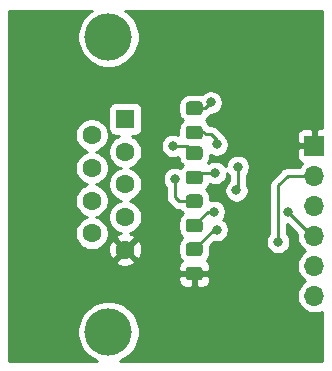
<source format=gbr>
G04 #@! TF.GenerationSoftware,KiCad,Pcbnew,(5.1.5)-3*
G04 #@! TF.CreationDate,2020-02-22T11:43:26-05:00*
G04 #@! TF.ProjectId,RS232_TTL_Male,52533233-325f-4545-944c-5f4d616c652e,1*
G04 #@! TF.SameCoordinates,Original*
G04 #@! TF.FileFunction,Copper,L2,Bot*
G04 #@! TF.FilePolarity,Positive*
%FSLAX46Y46*%
G04 Gerber Fmt 4.6, Leading zero omitted, Abs format (unit mm)*
G04 Created by KiCad (PCBNEW (5.1.5)-3) date 2020-02-22 11:43:26*
%MOMM*%
%LPD*%
G04 APERTURE LIST*
%ADD10C,0.100000*%
%ADD11R,1.700000X1.700000*%
%ADD12O,1.700000X1.700000*%
%ADD13R,1.600000X1.600000*%
%ADD14C,1.600000*%
%ADD15C,4.000000*%
%ADD16C,0.800000*%
%ADD17C,0.250000*%
%ADD18C,0.254000*%
G04 APERTURE END LIST*
G04 #@! TA.AperFunction,SMDPad,CuDef*
D10*
G36*
X16857505Y-12244204D02*
G01*
X16881773Y-12247804D01*
X16905572Y-12253765D01*
X16928671Y-12262030D01*
X16950850Y-12272520D01*
X16971893Y-12285132D01*
X16991599Y-12299747D01*
X17009777Y-12316223D01*
X17026253Y-12334401D01*
X17040868Y-12354107D01*
X17053480Y-12375150D01*
X17063970Y-12397329D01*
X17072235Y-12420428D01*
X17078196Y-12444227D01*
X17081796Y-12468495D01*
X17083000Y-12492999D01*
X17083000Y-13143001D01*
X17081796Y-13167505D01*
X17078196Y-13191773D01*
X17072235Y-13215572D01*
X17063970Y-13238671D01*
X17053480Y-13260850D01*
X17040868Y-13281893D01*
X17026253Y-13301599D01*
X17009777Y-13319777D01*
X16991599Y-13336253D01*
X16971893Y-13350868D01*
X16950850Y-13363480D01*
X16928671Y-13373970D01*
X16905572Y-13382235D01*
X16881773Y-13388196D01*
X16857505Y-13391796D01*
X16833001Y-13393000D01*
X15932999Y-13393000D01*
X15908495Y-13391796D01*
X15884227Y-13388196D01*
X15860428Y-13382235D01*
X15837329Y-13373970D01*
X15815150Y-13363480D01*
X15794107Y-13350868D01*
X15774401Y-13336253D01*
X15756223Y-13319777D01*
X15739747Y-13301599D01*
X15725132Y-13281893D01*
X15712520Y-13260850D01*
X15702030Y-13238671D01*
X15693765Y-13215572D01*
X15687804Y-13191773D01*
X15684204Y-13167505D01*
X15683000Y-13143001D01*
X15683000Y-12492999D01*
X15684204Y-12468495D01*
X15687804Y-12444227D01*
X15693765Y-12420428D01*
X15702030Y-12397329D01*
X15712520Y-12375150D01*
X15725132Y-12354107D01*
X15739747Y-12334401D01*
X15756223Y-12316223D01*
X15774401Y-12299747D01*
X15794107Y-12285132D01*
X15815150Y-12272520D01*
X15837329Y-12262030D01*
X15860428Y-12253765D01*
X15884227Y-12247804D01*
X15908495Y-12244204D01*
X15932999Y-12243000D01*
X16833001Y-12243000D01*
X16857505Y-12244204D01*
G37*
G04 #@! TD.AperFunction*
G04 #@! TA.AperFunction,SMDPad,CuDef*
G36*
X16857505Y-14294204D02*
G01*
X16881773Y-14297804D01*
X16905572Y-14303765D01*
X16928671Y-14312030D01*
X16950850Y-14322520D01*
X16971893Y-14335132D01*
X16991599Y-14349747D01*
X17009777Y-14366223D01*
X17026253Y-14384401D01*
X17040868Y-14404107D01*
X17053480Y-14425150D01*
X17063970Y-14447329D01*
X17072235Y-14470428D01*
X17078196Y-14494227D01*
X17081796Y-14518495D01*
X17083000Y-14542999D01*
X17083000Y-15193001D01*
X17081796Y-15217505D01*
X17078196Y-15241773D01*
X17072235Y-15265572D01*
X17063970Y-15288671D01*
X17053480Y-15310850D01*
X17040868Y-15331893D01*
X17026253Y-15351599D01*
X17009777Y-15369777D01*
X16991599Y-15386253D01*
X16971893Y-15400868D01*
X16950850Y-15413480D01*
X16928671Y-15423970D01*
X16905572Y-15432235D01*
X16881773Y-15438196D01*
X16857505Y-15441796D01*
X16833001Y-15443000D01*
X15932999Y-15443000D01*
X15908495Y-15441796D01*
X15884227Y-15438196D01*
X15860428Y-15432235D01*
X15837329Y-15423970D01*
X15815150Y-15413480D01*
X15794107Y-15400868D01*
X15774401Y-15386253D01*
X15756223Y-15369777D01*
X15739747Y-15351599D01*
X15725132Y-15331893D01*
X15712520Y-15310850D01*
X15702030Y-15288671D01*
X15693765Y-15265572D01*
X15687804Y-15241773D01*
X15684204Y-15217505D01*
X15683000Y-15193001D01*
X15683000Y-14542999D01*
X15684204Y-14518495D01*
X15687804Y-14494227D01*
X15693765Y-14470428D01*
X15702030Y-14447329D01*
X15712520Y-14425150D01*
X15725132Y-14404107D01*
X15739747Y-14384401D01*
X15756223Y-14366223D01*
X15774401Y-14349747D01*
X15794107Y-14335132D01*
X15815150Y-14322520D01*
X15837329Y-14312030D01*
X15860428Y-14303765D01*
X15884227Y-14297804D01*
X15908495Y-14294204D01*
X15932999Y-14293000D01*
X16833001Y-14293000D01*
X16857505Y-14294204D01*
G37*
G04 #@! TD.AperFunction*
G04 #@! TA.AperFunction,SMDPad,CuDef*
G36*
X16857505Y-18358204D02*
G01*
X16881773Y-18361804D01*
X16905572Y-18367765D01*
X16928671Y-18376030D01*
X16950850Y-18386520D01*
X16971893Y-18399132D01*
X16991599Y-18413747D01*
X17009777Y-18430223D01*
X17026253Y-18448401D01*
X17040868Y-18468107D01*
X17053480Y-18489150D01*
X17063970Y-18511329D01*
X17072235Y-18534428D01*
X17078196Y-18558227D01*
X17081796Y-18582495D01*
X17083000Y-18606999D01*
X17083000Y-19257001D01*
X17081796Y-19281505D01*
X17078196Y-19305773D01*
X17072235Y-19329572D01*
X17063970Y-19352671D01*
X17053480Y-19374850D01*
X17040868Y-19395893D01*
X17026253Y-19415599D01*
X17009777Y-19433777D01*
X16991599Y-19450253D01*
X16971893Y-19464868D01*
X16950850Y-19477480D01*
X16928671Y-19487970D01*
X16905572Y-19496235D01*
X16881773Y-19502196D01*
X16857505Y-19505796D01*
X16833001Y-19507000D01*
X15932999Y-19507000D01*
X15908495Y-19505796D01*
X15884227Y-19502196D01*
X15860428Y-19496235D01*
X15837329Y-19487970D01*
X15815150Y-19477480D01*
X15794107Y-19464868D01*
X15774401Y-19450253D01*
X15756223Y-19433777D01*
X15739747Y-19415599D01*
X15725132Y-19395893D01*
X15712520Y-19374850D01*
X15702030Y-19352671D01*
X15693765Y-19329572D01*
X15687804Y-19305773D01*
X15684204Y-19281505D01*
X15683000Y-19257001D01*
X15683000Y-18606999D01*
X15684204Y-18582495D01*
X15687804Y-18558227D01*
X15693765Y-18534428D01*
X15702030Y-18511329D01*
X15712520Y-18489150D01*
X15725132Y-18468107D01*
X15739747Y-18448401D01*
X15756223Y-18430223D01*
X15774401Y-18413747D01*
X15794107Y-18399132D01*
X15815150Y-18386520D01*
X15837329Y-18376030D01*
X15860428Y-18367765D01*
X15884227Y-18361804D01*
X15908495Y-18358204D01*
X15932999Y-18357000D01*
X16833001Y-18357000D01*
X16857505Y-18358204D01*
G37*
G04 #@! TD.AperFunction*
G04 #@! TA.AperFunction,SMDPad,CuDef*
G36*
X16857505Y-16308204D02*
G01*
X16881773Y-16311804D01*
X16905572Y-16317765D01*
X16928671Y-16326030D01*
X16950850Y-16336520D01*
X16971893Y-16349132D01*
X16991599Y-16363747D01*
X17009777Y-16380223D01*
X17026253Y-16398401D01*
X17040868Y-16418107D01*
X17053480Y-16439150D01*
X17063970Y-16461329D01*
X17072235Y-16484428D01*
X17078196Y-16508227D01*
X17081796Y-16532495D01*
X17083000Y-16556999D01*
X17083000Y-17207001D01*
X17081796Y-17231505D01*
X17078196Y-17255773D01*
X17072235Y-17279572D01*
X17063970Y-17302671D01*
X17053480Y-17324850D01*
X17040868Y-17345893D01*
X17026253Y-17365599D01*
X17009777Y-17383777D01*
X16991599Y-17400253D01*
X16971893Y-17414868D01*
X16950850Y-17427480D01*
X16928671Y-17437970D01*
X16905572Y-17446235D01*
X16881773Y-17452196D01*
X16857505Y-17455796D01*
X16833001Y-17457000D01*
X15932999Y-17457000D01*
X15908495Y-17455796D01*
X15884227Y-17452196D01*
X15860428Y-17446235D01*
X15837329Y-17437970D01*
X15815150Y-17427480D01*
X15794107Y-17414868D01*
X15774401Y-17400253D01*
X15756223Y-17383777D01*
X15739747Y-17365599D01*
X15725132Y-17345893D01*
X15712520Y-17324850D01*
X15702030Y-17302671D01*
X15693765Y-17279572D01*
X15687804Y-17255773D01*
X15684204Y-17231505D01*
X15683000Y-17207001D01*
X15683000Y-16556999D01*
X15684204Y-16532495D01*
X15687804Y-16508227D01*
X15693765Y-16484428D01*
X15702030Y-16461329D01*
X15712520Y-16439150D01*
X15725132Y-16418107D01*
X15739747Y-16398401D01*
X15756223Y-16380223D01*
X15774401Y-16363747D01*
X15794107Y-16349132D01*
X15815150Y-16336520D01*
X15837329Y-16326030D01*
X15860428Y-16317765D01*
X15884227Y-16311804D01*
X15908495Y-16308204D01*
X15932999Y-16307000D01*
X16833001Y-16307000D01*
X16857505Y-16308204D01*
G37*
G04 #@! TD.AperFunction*
G04 #@! TA.AperFunction,SMDPad,CuDef*
G36*
X16857505Y-8434204D02*
G01*
X16881773Y-8437804D01*
X16905572Y-8443765D01*
X16928671Y-8452030D01*
X16950850Y-8462520D01*
X16971893Y-8475132D01*
X16991599Y-8489747D01*
X17009777Y-8506223D01*
X17026253Y-8524401D01*
X17040868Y-8544107D01*
X17053480Y-8565150D01*
X17063970Y-8587329D01*
X17072235Y-8610428D01*
X17078196Y-8634227D01*
X17081796Y-8658495D01*
X17083000Y-8682999D01*
X17083000Y-9333001D01*
X17081796Y-9357505D01*
X17078196Y-9381773D01*
X17072235Y-9405572D01*
X17063970Y-9428671D01*
X17053480Y-9450850D01*
X17040868Y-9471893D01*
X17026253Y-9491599D01*
X17009777Y-9509777D01*
X16991599Y-9526253D01*
X16971893Y-9540868D01*
X16950850Y-9553480D01*
X16928671Y-9563970D01*
X16905572Y-9572235D01*
X16881773Y-9578196D01*
X16857505Y-9581796D01*
X16833001Y-9583000D01*
X15932999Y-9583000D01*
X15908495Y-9581796D01*
X15884227Y-9578196D01*
X15860428Y-9572235D01*
X15837329Y-9563970D01*
X15815150Y-9553480D01*
X15794107Y-9540868D01*
X15774401Y-9526253D01*
X15756223Y-9509777D01*
X15739747Y-9491599D01*
X15725132Y-9471893D01*
X15712520Y-9450850D01*
X15702030Y-9428671D01*
X15693765Y-9405572D01*
X15687804Y-9381773D01*
X15684204Y-9357505D01*
X15683000Y-9333001D01*
X15683000Y-8682999D01*
X15684204Y-8658495D01*
X15687804Y-8634227D01*
X15693765Y-8610428D01*
X15702030Y-8587329D01*
X15712520Y-8565150D01*
X15725132Y-8544107D01*
X15739747Y-8524401D01*
X15756223Y-8506223D01*
X15774401Y-8489747D01*
X15794107Y-8475132D01*
X15815150Y-8462520D01*
X15837329Y-8452030D01*
X15860428Y-8443765D01*
X15884227Y-8437804D01*
X15908495Y-8434204D01*
X15932999Y-8433000D01*
X16833001Y-8433000D01*
X16857505Y-8434204D01*
G37*
G04 #@! TD.AperFunction*
G04 #@! TA.AperFunction,SMDPad,CuDef*
G36*
X16857505Y-10484204D02*
G01*
X16881773Y-10487804D01*
X16905572Y-10493765D01*
X16928671Y-10502030D01*
X16950850Y-10512520D01*
X16971893Y-10525132D01*
X16991599Y-10539747D01*
X17009777Y-10556223D01*
X17026253Y-10574401D01*
X17040868Y-10594107D01*
X17053480Y-10615150D01*
X17063970Y-10637329D01*
X17072235Y-10660428D01*
X17078196Y-10684227D01*
X17081796Y-10708495D01*
X17083000Y-10732999D01*
X17083000Y-11383001D01*
X17081796Y-11407505D01*
X17078196Y-11431773D01*
X17072235Y-11455572D01*
X17063970Y-11478671D01*
X17053480Y-11500850D01*
X17040868Y-11521893D01*
X17026253Y-11541599D01*
X17009777Y-11559777D01*
X16991599Y-11576253D01*
X16971893Y-11590868D01*
X16950850Y-11603480D01*
X16928671Y-11613970D01*
X16905572Y-11622235D01*
X16881773Y-11628196D01*
X16857505Y-11631796D01*
X16833001Y-11633000D01*
X15932999Y-11633000D01*
X15908495Y-11631796D01*
X15884227Y-11628196D01*
X15860428Y-11622235D01*
X15837329Y-11613970D01*
X15815150Y-11603480D01*
X15794107Y-11590868D01*
X15774401Y-11576253D01*
X15756223Y-11559777D01*
X15739747Y-11541599D01*
X15725132Y-11521893D01*
X15712520Y-11500850D01*
X15702030Y-11478671D01*
X15693765Y-11455572D01*
X15687804Y-11431773D01*
X15684204Y-11407505D01*
X15683000Y-11383001D01*
X15683000Y-10732999D01*
X15684204Y-10708495D01*
X15687804Y-10684227D01*
X15693765Y-10660428D01*
X15702030Y-10637329D01*
X15712520Y-10615150D01*
X15725132Y-10594107D01*
X15739747Y-10574401D01*
X15756223Y-10556223D01*
X15774401Y-10539747D01*
X15794107Y-10525132D01*
X15815150Y-10512520D01*
X15837329Y-10502030D01*
X15860428Y-10493765D01*
X15884227Y-10487804D01*
X15908495Y-10484204D01*
X15932999Y-10483000D01*
X16833001Y-10483000D01*
X16857505Y-10484204D01*
G37*
G04 #@! TD.AperFunction*
G04 #@! TA.AperFunction,SMDPad,CuDef*
G36*
X16857505Y-20372204D02*
G01*
X16881773Y-20375804D01*
X16905572Y-20381765D01*
X16928671Y-20390030D01*
X16950850Y-20400520D01*
X16971893Y-20413132D01*
X16991599Y-20427747D01*
X17009777Y-20444223D01*
X17026253Y-20462401D01*
X17040868Y-20482107D01*
X17053480Y-20503150D01*
X17063970Y-20525329D01*
X17072235Y-20548428D01*
X17078196Y-20572227D01*
X17081796Y-20596495D01*
X17083000Y-20620999D01*
X17083000Y-21271001D01*
X17081796Y-21295505D01*
X17078196Y-21319773D01*
X17072235Y-21343572D01*
X17063970Y-21366671D01*
X17053480Y-21388850D01*
X17040868Y-21409893D01*
X17026253Y-21429599D01*
X17009777Y-21447777D01*
X16991599Y-21464253D01*
X16971893Y-21478868D01*
X16950850Y-21491480D01*
X16928671Y-21501970D01*
X16905572Y-21510235D01*
X16881773Y-21516196D01*
X16857505Y-21519796D01*
X16833001Y-21521000D01*
X15932999Y-21521000D01*
X15908495Y-21519796D01*
X15884227Y-21516196D01*
X15860428Y-21510235D01*
X15837329Y-21501970D01*
X15815150Y-21491480D01*
X15794107Y-21478868D01*
X15774401Y-21464253D01*
X15756223Y-21447777D01*
X15739747Y-21429599D01*
X15725132Y-21409893D01*
X15712520Y-21388850D01*
X15702030Y-21366671D01*
X15693765Y-21343572D01*
X15687804Y-21319773D01*
X15684204Y-21295505D01*
X15683000Y-21271001D01*
X15683000Y-20620999D01*
X15684204Y-20596495D01*
X15687804Y-20572227D01*
X15693765Y-20548428D01*
X15702030Y-20525329D01*
X15712520Y-20503150D01*
X15725132Y-20482107D01*
X15739747Y-20462401D01*
X15756223Y-20444223D01*
X15774401Y-20427747D01*
X15794107Y-20413132D01*
X15815150Y-20400520D01*
X15837329Y-20390030D01*
X15860428Y-20381765D01*
X15884227Y-20375804D01*
X15908495Y-20372204D01*
X15932999Y-20371000D01*
X16833001Y-20371000D01*
X16857505Y-20372204D01*
G37*
G04 #@! TD.AperFunction*
G04 #@! TA.AperFunction,SMDPad,CuDef*
G36*
X16857505Y-22422204D02*
G01*
X16881773Y-22425804D01*
X16905572Y-22431765D01*
X16928671Y-22440030D01*
X16950850Y-22450520D01*
X16971893Y-22463132D01*
X16991599Y-22477747D01*
X17009777Y-22494223D01*
X17026253Y-22512401D01*
X17040868Y-22532107D01*
X17053480Y-22553150D01*
X17063970Y-22575329D01*
X17072235Y-22598428D01*
X17078196Y-22622227D01*
X17081796Y-22646495D01*
X17083000Y-22670999D01*
X17083000Y-23321001D01*
X17081796Y-23345505D01*
X17078196Y-23369773D01*
X17072235Y-23393572D01*
X17063970Y-23416671D01*
X17053480Y-23438850D01*
X17040868Y-23459893D01*
X17026253Y-23479599D01*
X17009777Y-23497777D01*
X16991599Y-23514253D01*
X16971893Y-23528868D01*
X16950850Y-23541480D01*
X16928671Y-23551970D01*
X16905572Y-23560235D01*
X16881773Y-23566196D01*
X16857505Y-23569796D01*
X16833001Y-23571000D01*
X15932999Y-23571000D01*
X15908495Y-23569796D01*
X15884227Y-23566196D01*
X15860428Y-23560235D01*
X15837329Y-23551970D01*
X15815150Y-23541480D01*
X15794107Y-23528868D01*
X15774401Y-23514253D01*
X15756223Y-23497777D01*
X15739747Y-23479599D01*
X15725132Y-23459893D01*
X15712520Y-23438850D01*
X15702030Y-23416671D01*
X15693765Y-23393572D01*
X15687804Y-23369773D01*
X15684204Y-23345505D01*
X15683000Y-23321001D01*
X15683000Y-22670999D01*
X15684204Y-22646495D01*
X15687804Y-22622227D01*
X15693765Y-22598428D01*
X15702030Y-22575329D01*
X15712520Y-22553150D01*
X15725132Y-22532107D01*
X15739747Y-22512401D01*
X15756223Y-22494223D01*
X15774401Y-22477747D01*
X15794107Y-22463132D01*
X15815150Y-22450520D01*
X15837329Y-22440030D01*
X15860428Y-22431765D01*
X15884227Y-22425804D01*
X15908495Y-22422204D01*
X15932999Y-22421000D01*
X16833001Y-22421000D01*
X16857505Y-22422204D01*
G37*
G04 #@! TD.AperFunction*
D11*
X26543000Y-12192000D03*
D12*
X26543000Y-14732000D03*
X26543000Y-17272000D03*
X26543000Y-19812000D03*
X26543000Y-22352000D03*
X26543000Y-24892000D03*
D13*
X10541000Y-9906000D03*
D14*
X10541000Y-12676000D03*
X10541000Y-15446000D03*
X10541000Y-18216000D03*
X10541000Y-20986000D03*
X7701000Y-11291000D03*
X7701000Y-14061000D03*
X7701000Y-16831000D03*
X7701000Y-19601000D03*
D15*
X9121000Y-2946000D03*
X9121000Y-27946000D03*
D16*
X14605000Y-12192000D03*
X18161000Y-14478000D03*
X18034000Y-17780000D03*
X14732000Y-14986000D03*
X23241000Y-12573000D03*
X18288000Y-12065000D03*
X18288000Y-19304000D03*
X19959955Y-15965000D03*
X20066000Y-13970000D03*
X17780000Y-8509000D03*
X23495000Y-20320000D03*
X24282400Y-17780000D03*
D17*
X15757000Y-12192000D02*
X16383000Y-12818000D01*
X14605000Y-12192000D02*
X15757000Y-12192000D01*
X16773000Y-14478000D02*
X16383000Y-14868000D01*
X18161000Y-14478000D02*
X16773000Y-14478000D01*
X17535000Y-17780000D02*
X16383000Y-18932000D01*
X18034000Y-17780000D02*
X17535000Y-17780000D01*
X14732000Y-14986000D02*
X14732000Y-16510000D01*
X15104000Y-16882000D02*
X16383000Y-16882000D01*
X14732000Y-16510000D02*
X15104000Y-16882000D01*
X17183000Y-11058000D02*
X17301000Y-11176000D01*
X16383000Y-11058000D02*
X17183000Y-11058000D01*
X17301000Y-11176000D02*
X17780000Y-11176000D01*
X17780000Y-11176000D02*
X18288000Y-11684000D01*
X18288000Y-11684000D02*
X18288000Y-12065000D01*
X18025000Y-19304000D02*
X18288000Y-19304000D01*
X16383000Y-20946000D02*
X18025000Y-19304000D01*
X20066000Y-13970000D02*
X20066000Y-15858955D01*
X20066000Y-15858955D02*
X19959955Y-15965000D01*
X16383000Y-9008000D02*
X17281000Y-9008000D01*
X17281000Y-9008000D02*
X17780000Y-8509000D01*
X23495000Y-20320000D02*
X23495000Y-15544800D01*
X24307800Y-14732000D02*
X26543000Y-14732000D01*
X23495000Y-15544800D02*
X24307800Y-14732000D01*
X26314400Y-19812000D02*
X26543000Y-19812000D01*
X24282400Y-17780000D02*
X26314400Y-19812000D01*
D18*
G36*
X7441285Y-899262D02*
G01*
X7074262Y-1266285D01*
X6785893Y-1697859D01*
X6587261Y-2177399D01*
X6486000Y-2686475D01*
X6486000Y-3205525D01*
X6587261Y-3714601D01*
X6785893Y-4194141D01*
X7074262Y-4625715D01*
X7441285Y-4992738D01*
X7872859Y-5281107D01*
X8352399Y-5479739D01*
X8861475Y-5581000D01*
X9380525Y-5581000D01*
X9889601Y-5479739D01*
X10369141Y-5281107D01*
X10800715Y-4992738D01*
X11167738Y-4625715D01*
X11456107Y-4194141D01*
X11654739Y-3714601D01*
X11756000Y-3205525D01*
X11756000Y-2686475D01*
X11654739Y-2177399D01*
X11456107Y-1697859D01*
X11167738Y-1266285D01*
X10800715Y-899262D01*
X10554880Y-735000D01*
X27205000Y-735000D01*
X27205000Y-10704952D01*
X26828750Y-10707000D01*
X26670000Y-10865750D01*
X26670000Y-12065000D01*
X26690000Y-12065000D01*
X26690000Y-12319000D01*
X26670000Y-12319000D01*
X26670000Y-12339000D01*
X26416000Y-12339000D01*
X26416000Y-12319000D01*
X25216750Y-12319000D01*
X25058000Y-12477750D01*
X25054928Y-13042000D01*
X25067188Y-13166482D01*
X25103498Y-13286180D01*
X25162463Y-13396494D01*
X25241815Y-13493185D01*
X25338506Y-13572537D01*
X25448820Y-13631502D01*
X25521380Y-13653513D01*
X25389525Y-13785368D01*
X25264822Y-13972000D01*
X24345125Y-13972000D01*
X24307800Y-13968324D01*
X24270475Y-13972000D01*
X24270467Y-13972000D01*
X24158814Y-13982997D01*
X24015553Y-14026454D01*
X23883524Y-14097026D01*
X23767799Y-14191999D01*
X23744001Y-14220998D01*
X22983998Y-14981001D01*
X22955000Y-15004799D01*
X22931202Y-15033797D01*
X22931201Y-15033798D01*
X22860026Y-15120524D01*
X22789454Y-15252554D01*
X22765149Y-15332680D01*
X22745998Y-15395814D01*
X22738224Y-15474744D01*
X22731324Y-15544800D01*
X22735001Y-15582132D01*
X22735000Y-19616289D01*
X22691063Y-19660226D01*
X22577795Y-19829744D01*
X22499774Y-20018102D01*
X22460000Y-20218061D01*
X22460000Y-20421939D01*
X22499774Y-20621898D01*
X22577795Y-20810256D01*
X22691063Y-20979774D01*
X22835226Y-21123937D01*
X23004744Y-21237205D01*
X23193102Y-21315226D01*
X23393061Y-21355000D01*
X23596939Y-21355000D01*
X23796898Y-21315226D01*
X23985256Y-21237205D01*
X24154774Y-21123937D01*
X24298937Y-20979774D01*
X24412205Y-20810256D01*
X24490226Y-20621898D01*
X24530000Y-20421939D01*
X24530000Y-20218061D01*
X24490226Y-20018102D01*
X24412205Y-19829744D01*
X24298937Y-19660226D01*
X24255000Y-19616289D01*
X24255000Y-18827401D01*
X25063863Y-19636265D01*
X25058000Y-19665740D01*
X25058000Y-19958260D01*
X25115068Y-20245158D01*
X25227010Y-20515411D01*
X25389525Y-20758632D01*
X25596368Y-20965475D01*
X25770760Y-21082000D01*
X25596368Y-21198525D01*
X25389525Y-21405368D01*
X25227010Y-21648589D01*
X25115068Y-21918842D01*
X25058000Y-22205740D01*
X25058000Y-22498260D01*
X25115068Y-22785158D01*
X25227010Y-23055411D01*
X25389525Y-23298632D01*
X25596368Y-23505475D01*
X25770760Y-23622000D01*
X25596368Y-23738525D01*
X25389525Y-23945368D01*
X25227010Y-24188589D01*
X25115068Y-24458842D01*
X25058000Y-24745740D01*
X25058000Y-25038260D01*
X25115068Y-25325158D01*
X25227010Y-25595411D01*
X25389525Y-25838632D01*
X25596368Y-26045475D01*
X25839589Y-26207990D01*
X26109842Y-26319932D01*
X26396740Y-26377000D01*
X26689260Y-26377000D01*
X26976158Y-26319932D01*
X27205001Y-26225143D01*
X27205001Y-30380000D01*
X10130392Y-30380000D01*
X10369141Y-30281107D01*
X10800715Y-29992738D01*
X11167738Y-29625715D01*
X11456107Y-29194141D01*
X11654739Y-28714601D01*
X11756000Y-28205525D01*
X11756000Y-27686475D01*
X11654739Y-27177399D01*
X11456107Y-26697859D01*
X11167738Y-26266285D01*
X10800715Y-25899262D01*
X10369141Y-25610893D01*
X9889601Y-25412261D01*
X9380525Y-25311000D01*
X8861475Y-25311000D01*
X8352399Y-25412261D01*
X7872859Y-25610893D01*
X7441285Y-25899262D01*
X7074262Y-26266285D01*
X6785893Y-26697859D01*
X6587261Y-27177399D01*
X6486000Y-27686475D01*
X6486000Y-28205525D01*
X6587261Y-28714601D01*
X6785893Y-29194141D01*
X7074262Y-29625715D01*
X7441285Y-29992738D01*
X7872859Y-30281107D01*
X8111608Y-30380000D01*
X735000Y-30380000D01*
X735000Y-23571000D01*
X15044928Y-23571000D01*
X15057188Y-23695482D01*
X15093498Y-23815180D01*
X15152463Y-23925494D01*
X15231815Y-24022185D01*
X15328506Y-24101537D01*
X15438820Y-24160502D01*
X15558518Y-24196812D01*
X15683000Y-24209072D01*
X16097250Y-24206000D01*
X16256000Y-24047250D01*
X16256000Y-23123000D01*
X16510000Y-23123000D01*
X16510000Y-24047250D01*
X16668750Y-24206000D01*
X17083000Y-24209072D01*
X17207482Y-24196812D01*
X17327180Y-24160502D01*
X17437494Y-24101537D01*
X17534185Y-24022185D01*
X17613537Y-23925494D01*
X17672502Y-23815180D01*
X17708812Y-23695482D01*
X17721072Y-23571000D01*
X17718000Y-23281750D01*
X17559250Y-23123000D01*
X16510000Y-23123000D01*
X16256000Y-23123000D01*
X15206750Y-23123000D01*
X15048000Y-23281750D01*
X15044928Y-23571000D01*
X735000Y-23571000D01*
X735000Y-21978702D01*
X9727903Y-21978702D01*
X9799486Y-22222671D01*
X10054996Y-22343571D01*
X10329184Y-22412300D01*
X10611512Y-22426217D01*
X10891130Y-22384787D01*
X11157292Y-22289603D01*
X11282514Y-22222671D01*
X11354097Y-21978702D01*
X10541000Y-21165605D01*
X9727903Y-21978702D01*
X735000Y-21978702D01*
X735000Y-21056512D01*
X9100783Y-21056512D01*
X9142213Y-21336130D01*
X9237397Y-21602292D01*
X9304329Y-21727514D01*
X9548298Y-21799097D01*
X10361395Y-20986000D01*
X10720605Y-20986000D01*
X11533702Y-21799097D01*
X11777671Y-21727514D01*
X11898571Y-21472004D01*
X11967300Y-21197816D01*
X11981217Y-20915488D01*
X11939787Y-20635870D01*
X11844603Y-20369708D01*
X11777671Y-20244486D01*
X11533702Y-20172903D01*
X10720605Y-20986000D01*
X10361395Y-20986000D01*
X9548298Y-20172903D01*
X9304329Y-20244486D01*
X9183429Y-20499996D01*
X9114700Y-20774184D01*
X9100783Y-21056512D01*
X735000Y-21056512D01*
X735000Y-11149665D01*
X6266000Y-11149665D01*
X6266000Y-11432335D01*
X6321147Y-11709574D01*
X6429320Y-11970727D01*
X6586363Y-12205759D01*
X6786241Y-12405637D01*
X7021273Y-12562680D01*
X7282426Y-12670853D01*
X7308301Y-12676000D01*
X7282426Y-12681147D01*
X7021273Y-12789320D01*
X6786241Y-12946363D01*
X6586363Y-13146241D01*
X6429320Y-13381273D01*
X6321147Y-13642426D01*
X6266000Y-13919665D01*
X6266000Y-14202335D01*
X6321147Y-14479574D01*
X6429320Y-14740727D01*
X6586363Y-14975759D01*
X6786241Y-15175637D01*
X7021273Y-15332680D01*
X7282426Y-15440853D01*
X7308301Y-15446000D01*
X7282426Y-15451147D01*
X7021273Y-15559320D01*
X6786241Y-15716363D01*
X6586363Y-15916241D01*
X6429320Y-16151273D01*
X6321147Y-16412426D01*
X6266000Y-16689665D01*
X6266000Y-16972335D01*
X6321147Y-17249574D01*
X6429320Y-17510727D01*
X6586363Y-17745759D01*
X6786241Y-17945637D01*
X7021273Y-18102680D01*
X7282426Y-18210853D01*
X7308301Y-18216000D01*
X7282426Y-18221147D01*
X7021273Y-18329320D01*
X6786241Y-18486363D01*
X6586363Y-18686241D01*
X6429320Y-18921273D01*
X6321147Y-19182426D01*
X6266000Y-19459665D01*
X6266000Y-19742335D01*
X6321147Y-20019574D01*
X6429320Y-20280727D01*
X6586363Y-20515759D01*
X6786241Y-20715637D01*
X7021273Y-20872680D01*
X7282426Y-20980853D01*
X7559665Y-21036000D01*
X7842335Y-21036000D01*
X8119574Y-20980853D01*
X8380727Y-20872680D01*
X8615759Y-20715637D01*
X8815637Y-20515759D01*
X8972680Y-20280727D01*
X9080853Y-20019574D01*
X9136000Y-19742335D01*
X9136000Y-19459665D01*
X9080853Y-19182426D01*
X8972680Y-18921273D01*
X8815637Y-18686241D01*
X8615759Y-18486363D01*
X8380727Y-18329320D01*
X8119574Y-18221147D01*
X8093699Y-18216000D01*
X8119574Y-18210853D01*
X8380727Y-18102680D01*
X8615759Y-17945637D01*
X8815637Y-17745759D01*
X8972680Y-17510727D01*
X9080853Y-17249574D01*
X9136000Y-16972335D01*
X9136000Y-16689665D01*
X9080853Y-16412426D01*
X8972680Y-16151273D01*
X8815637Y-15916241D01*
X8615759Y-15716363D01*
X8380727Y-15559320D01*
X8119574Y-15451147D01*
X8093699Y-15446000D01*
X8119574Y-15440853D01*
X8380727Y-15332680D01*
X8615759Y-15175637D01*
X8815637Y-14975759D01*
X8972680Y-14740727D01*
X9080853Y-14479574D01*
X9136000Y-14202335D01*
X9136000Y-13919665D01*
X9080853Y-13642426D01*
X8972680Y-13381273D01*
X8815637Y-13146241D01*
X8615759Y-12946363D01*
X8380727Y-12789320D01*
X8119574Y-12681147D01*
X8093699Y-12676000D01*
X8119574Y-12670853D01*
X8380727Y-12562680D01*
X8615759Y-12405637D01*
X8815637Y-12205759D01*
X8972680Y-11970727D01*
X9080853Y-11709574D01*
X9136000Y-11432335D01*
X9136000Y-11149665D01*
X9080853Y-10872426D01*
X8972680Y-10611273D01*
X8815637Y-10376241D01*
X8615759Y-10176363D01*
X8380727Y-10019320D01*
X8119574Y-9911147D01*
X7842335Y-9856000D01*
X7559665Y-9856000D01*
X7282426Y-9911147D01*
X7021273Y-10019320D01*
X6786241Y-10176363D01*
X6586363Y-10376241D01*
X6429320Y-10611273D01*
X6321147Y-10872426D01*
X6266000Y-11149665D01*
X735000Y-11149665D01*
X735000Y-9106000D01*
X9102928Y-9106000D01*
X9102928Y-10706000D01*
X9115188Y-10830482D01*
X9151498Y-10950180D01*
X9210463Y-11060494D01*
X9289815Y-11157185D01*
X9386506Y-11236537D01*
X9496820Y-11295502D01*
X9616518Y-11331812D01*
X9741000Y-11344072D01*
X10006725Y-11344072D01*
X9861273Y-11404320D01*
X9626241Y-11561363D01*
X9426363Y-11761241D01*
X9269320Y-11996273D01*
X9161147Y-12257426D01*
X9106000Y-12534665D01*
X9106000Y-12817335D01*
X9161147Y-13094574D01*
X9269320Y-13355727D01*
X9426363Y-13590759D01*
X9626241Y-13790637D01*
X9861273Y-13947680D01*
X10122426Y-14055853D01*
X10148301Y-14061000D01*
X10122426Y-14066147D01*
X9861273Y-14174320D01*
X9626241Y-14331363D01*
X9426363Y-14531241D01*
X9269320Y-14766273D01*
X9161147Y-15027426D01*
X9106000Y-15304665D01*
X9106000Y-15587335D01*
X9161147Y-15864574D01*
X9269320Y-16125727D01*
X9426363Y-16360759D01*
X9626241Y-16560637D01*
X9861273Y-16717680D01*
X10122426Y-16825853D01*
X10148301Y-16831000D01*
X10122426Y-16836147D01*
X9861273Y-16944320D01*
X9626241Y-17101363D01*
X9426363Y-17301241D01*
X9269320Y-17536273D01*
X9161147Y-17797426D01*
X9106000Y-18074665D01*
X9106000Y-18357335D01*
X9161147Y-18634574D01*
X9269320Y-18895727D01*
X9426363Y-19130759D01*
X9626241Y-19330637D01*
X9861273Y-19487680D01*
X10122426Y-19595853D01*
X10150882Y-19601513D01*
X9924708Y-19682397D01*
X9799486Y-19749329D01*
X9727903Y-19993298D01*
X10541000Y-20806395D01*
X11354097Y-19993298D01*
X11282514Y-19749329D01*
X11027004Y-19628429D01*
X10924711Y-19602788D01*
X10959574Y-19595853D01*
X11220727Y-19487680D01*
X11455759Y-19330637D01*
X11655637Y-19130759D01*
X11812680Y-18895727D01*
X11920853Y-18634574D01*
X11976000Y-18357335D01*
X11976000Y-18074665D01*
X11920853Y-17797426D01*
X11812680Y-17536273D01*
X11655637Y-17301241D01*
X11455759Y-17101363D01*
X11220727Y-16944320D01*
X10959574Y-16836147D01*
X10933699Y-16831000D01*
X10959574Y-16825853D01*
X11220727Y-16717680D01*
X11455759Y-16560637D01*
X11655637Y-16360759D01*
X11812680Y-16125727D01*
X11920853Y-15864574D01*
X11976000Y-15587335D01*
X11976000Y-15304665D01*
X11920853Y-15027426D01*
X11812680Y-14766273D01*
X11655637Y-14531241D01*
X11455759Y-14331363D01*
X11220727Y-14174320D01*
X10959574Y-14066147D01*
X10933699Y-14061000D01*
X10959574Y-14055853D01*
X11220727Y-13947680D01*
X11455759Y-13790637D01*
X11655637Y-13590759D01*
X11812680Y-13355727D01*
X11920853Y-13094574D01*
X11976000Y-12817335D01*
X11976000Y-12534665D01*
X11920853Y-12257426D01*
X11851529Y-12090061D01*
X13570000Y-12090061D01*
X13570000Y-12293939D01*
X13609774Y-12493898D01*
X13687795Y-12682256D01*
X13801063Y-12851774D01*
X13945226Y-12995937D01*
X14114744Y-13109205D01*
X14303102Y-13187226D01*
X14503061Y-13227000D01*
X14706939Y-13227000D01*
X14906898Y-13187226D01*
X15044928Y-13130052D01*
X15044928Y-13143001D01*
X15061992Y-13316255D01*
X15112528Y-13482851D01*
X15194595Y-13636387D01*
X15305038Y-13770962D01*
X15392816Y-13843000D01*
X15305038Y-13915038D01*
X15194595Y-14049613D01*
X15191215Y-14055937D01*
X15033898Y-13990774D01*
X14833939Y-13951000D01*
X14630061Y-13951000D01*
X14430102Y-13990774D01*
X14241744Y-14068795D01*
X14072226Y-14182063D01*
X13928063Y-14326226D01*
X13814795Y-14495744D01*
X13736774Y-14684102D01*
X13697000Y-14884061D01*
X13697000Y-15087939D01*
X13736774Y-15287898D01*
X13814795Y-15476256D01*
X13928063Y-15645774D01*
X13972000Y-15689711D01*
X13972001Y-16472668D01*
X13968324Y-16510000D01*
X13982998Y-16658985D01*
X14026454Y-16802246D01*
X14097026Y-16934276D01*
X14150965Y-17000000D01*
X14192000Y-17050001D01*
X14220997Y-17073799D01*
X14540200Y-17393002D01*
X14563999Y-17422001D01*
X14679724Y-17516974D01*
X14811753Y-17587546D01*
X14955014Y-17631003D01*
X15066667Y-17642000D01*
X15066676Y-17642000D01*
X15103999Y-17645676D01*
X15141322Y-17642000D01*
X15163386Y-17642000D01*
X15194595Y-17700387D01*
X15305038Y-17834962D01*
X15392816Y-17907000D01*
X15305038Y-17979038D01*
X15194595Y-18113613D01*
X15112528Y-18267149D01*
X15061992Y-18433745D01*
X15044928Y-18606999D01*
X15044928Y-19257001D01*
X15061992Y-19430255D01*
X15112528Y-19596851D01*
X15194595Y-19750387D01*
X15305038Y-19884962D01*
X15370883Y-19939000D01*
X15305038Y-19993038D01*
X15194595Y-20127613D01*
X15112528Y-20281149D01*
X15061992Y-20447745D01*
X15044928Y-20620999D01*
X15044928Y-21271001D01*
X15061992Y-21444255D01*
X15112528Y-21610851D01*
X15194595Y-21764387D01*
X15305038Y-21898962D01*
X15311594Y-21904342D01*
X15231815Y-21969815D01*
X15152463Y-22066506D01*
X15093498Y-22176820D01*
X15057188Y-22296518D01*
X15044928Y-22421000D01*
X15048000Y-22710250D01*
X15206750Y-22869000D01*
X16256000Y-22869000D01*
X16256000Y-22849000D01*
X16510000Y-22849000D01*
X16510000Y-22869000D01*
X17559250Y-22869000D01*
X17718000Y-22710250D01*
X17721072Y-22421000D01*
X17708812Y-22296518D01*
X17672502Y-22176820D01*
X17613537Y-22066506D01*
X17534185Y-21969815D01*
X17454406Y-21904342D01*
X17460962Y-21898962D01*
X17571405Y-21764387D01*
X17653472Y-21610851D01*
X17704008Y-21444255D01*
X17721072Y-21271001D01*
X17721072Y-20682729D01*
X18084920Y-20318882D01*
X18186061Y-20339000D01*
X18389939Y-20339000D01*
X18589898Y-20299226D01*
X18778256Y-20221205D01*
X18947774Y-20107937D01*
X19091937Y-19963774D01*
X19205205Y-19794256D01*
X19283226Y-19605898D01*
X19323000Y-19405939D01*
X19323000Y-19202061D01*
X19283226Y-19002102D01*
X19205205Y-18813744D01*
X19091937Y-18644226D01*
X18947774Y-18500063D01*
X18843989Y-18430716D01*
X18951205Y-18270256D01*
X19029226Y-18081898D01*
X19069000Y-17881939D01*
X19069000Y-17678061D01*
X19029226Y-17478102D01*
X18951205Y-17289744D01*
X18837937Y-17120226D01*
X18693774Y-16976063D01*
X18524256Y-16862795D01*
X18335898Y-16784774D01*
X18135939Y-16745000D01*
X17932061Y-16745000D01*
X17732102Y-16784774D01*
X17721072Y-16789343D01*
X17721072Y-16556999D01*
X17704008Y-16383745D01*
X17653472Y-16217149D01*
X17571405Y-16063613D01*
X17460962Y-15929038D01*
X17395117Y-15875000D01*
X17460962Y-15820962D01*
X17571405Y-15686387D01*
X17653472Y-15532851D01*
X17692493Y-15404214D01*
X17859102Y-15473226D01*
X18059061Y-15513000D01*
X18262939Y-15513000D01*
X18462898Y-15473226D01*
X18651256Y-15395205D01*
X18820774Y-15281937D01*
X18964937Y-15137774D01*
X19078205Y-14968256D01*
X19156226Y-14779898D01*
X19196000Y-14579939D01*
X19196000Y-14530903D01*
X19262063Y-14629774D01*
X19306000Y-14673711D01*
X19306001Y-15157174D01*
X19300181Y-15161063D01*
X19156018Y-15305226D01*
X19042750Y-15474744D01*
X18964729Y-15663102D01*
X18924955Y-15863061D01*
X18924955Y-16066939D01*
X18964729Y-16266898D01*
X19042750Y-16455256D01*
X19156018Y-16624774D01*
X19300181Y-16768937D01*
X19469699Y-16882205D01*
X19658057Y-16960226D01*
X19858016Y-17000000D01*
X20061894Y-17000000D01*
X20261853Y-16960226D01*
X20450211Y-16882205D01*
X20619729Y-16768937D01*
X20763892Y-16624774D01*
X20877160Y-16455256D01*
X20955181Y-16266898D01*
X20994955Y-16066939D01*
X20994955Y-15863061D01*
X20955181Y-15663102D01*
X20877160Y-15474744D01*
X20826000Y-15398177D01*
X20826000Y-14673711D01*
X20869937Y-14629774D01*
X20983205Y-14460256D01*
X21061226Y-14271898D01*
X21101000Y-14071939D01*
X21101000Y-13868061D01*
X21061226Y-13668102D01*
X20983205Y-13479744D01*
X20869937Y-13310226D01*
X20725774Y-13166063D01*
X20556256Y-13052795D01*
X20367898Y-12974774D01*
X20167939Y-12935000D01*
X19964061Y-12935000D01*
X19764102Y-12974774D01*
X19575744Y-13052795D01*
X19406226Y-13166063D01*
X19262063Y-13310226D01*
X19148795Y-13479744D01*
X19070774Y-13668102D01*
X19031000Y-13868061D01*
X19031000Y-13917097D01*
X18964937Y-13818226D01*
X18820774Y-13674063D01*
X18651256Y-13560795D01*
X18462898Y-13482774D01*
X18262939Y-13443000D01*
X18059061Y-13443000D01*
X17859102Y-13482774D01*
X17670744Y-13560795D01*
X17579068Y-13622051D01*
X17653472Y-13482851D01*
X17704008Y-13316255D01*
X17721072Y-13143001D01*
X17721072Y-12930975D01*
X17797744Y-12982205D01*
X17986102Y-13060226D01*
X18186061Y-13100000D01*
X18389939Y-13100000D01*
X18589898Y-13060226D01*
X18778256Y-12982205D01*
X18947774Y-12868937D01*
X19091937Y-12724774D01*
X19205205Y-12555256D01*
X19283226Y-12366898D01*
X19323000Y-12166939D01*
X19323000Y-11963061D01*
X19283226Y-11763102D01*
X19205205Y-11574744D01*
X19091937Y-11405226D01*
X19028711Y-11342000D01*
X25054928Y-11342000D01*
X25058000Y-11906250D01*
X25216750Y-12065000D01*
X26416000Y-12065000D01*
X26416000Y-10865750D01*
X26257250Y-10707000D01*
X25693000Y-10703928D01*
X25568518Y-10716188D01*
X25448820Y-10752498D01*
X25338506Y-10811463D01*
X25241815Y-10890815D01*
X25162463Y-10987506D01*
X25103498Y-11097820D01*
X25067188Y-11217518D01*
X25054928Y-11342000D01*
X19028711Y-11342000D01*
X18947774Y-11261063D01*
X18895296Y-11225999D01*
X18828001Y-11143999D01*
X18799003Y-11120202D01*
X18343803Y-10665002D01*
X18320001Y-10635999D01*
X18204276Y-10541026D01*
X18072247Y-10470454D01*
X17928986Y-10426997D01*
X17817333Y-10416000D01*
X17817322Y-10416000D01*
X17780000Y-10412324D01*
X17742678Y-10416000D01*
X17660404Y-10416000D01*
X17653472Y-10393149D01*
X17571405Y-10239613D01*
X17460962Y-10105038D01*
X17373184Y-10033000D01*
X17460962Y-9960962D01*
X17571405Y-9826387D01*
X17653472Y-9672851D01*
X17654264Y-9670241D01*
X17705276Y-9642974D01*
X17821001Y-9548001D01*
X17824285Y-9544000D01*
X17881939Y-9544000D01*
X18081898Y-9504226D01*
X18270256Y-9426205D01*
X18439774Y-9312937D01*
X18583937Y-9168774D01*
X18697205Y-8999256D01*
X18775226Y-8810898D01*
X18815000Y-8610939D01*
X18815000Y-8407061D01*
X18775226Y-8207102D01*
X18697205Y-8018744D01*
X18583937Y-7849226D01*
X18439774Y-7705063D01*
X18270256Y-7591795D01*
X18081898Y-7513774D01*
X17881939Y-7474000D01*
X17678061Y-7474000D01*
X17478102Y-7513774D01*
X17289744Y-7591795D01*
X17120226Y-7705063D01*
X17011658Y-7813631D01*
X17006255Y-7811992D01*
X16833001Y-7794928D01*
X15932999Y-7794928D01*
X15759745Y-7811992D01*
X15593149Y-7862528D01*
X15439613Y-7944595D01*
X15305038Y-8055038D01*
X15194595Y-8189613D01*
X15112528Y-8343149D01*
X15061992Y-8509745D01*
X15044928Y-8682999D01*
X15044928Y-9333001D01*
X15061992Y-9506255D01*
X15112528Y-9672851D01*
X15194595Y-9826387D01*
X15305038Y-9960962D01*
X15392816Y-10033000D01*
X15305038Y-10105038D01*
X15194595Y-10239613D01*
X15112528Y-10393149D01*
X15061992Y-10559745D01*
X15044928Y-10732999D01*
X15044928Y-11253948D01*
X14906898Y-11196774D01*
X14706939Y-11157000D01*
X14503061Y-11157000D01*
X14303102Y-11196774D01*
X14114744Y-11274795D01*
X13945226Y-11388063D01*
X13801063Y-11532226D01*
X13687795Y-11701744D01*
X13609774Y-11890102D01*
X13570000Y-12090061D01*
X11851529Y-12090061D01*
X11812680Y-11996273D01*
X11655637Y-11761241D01*
X11455759Y-11561363D01*
X11220727Y-11404320D01*
X11075275Y-11344072D01*
X11341000Y-11344072D01*
X11465482Y-11331812D01*
X11585180Y-11295502D01*
X11695494Y-11236537D01*
X11792185Y-11157185D01*
X11871537Y-11060494D01*
X11930502Y-10950180D01*
X11966812Y-10830482D01*
X11979072Y-10706000D01*
X11979072Y-9106000D01*
X11966812Y-8981518D01*
X11930502Y-8861820D01*
X11871537Y-8751506D01*
X11792185Y-8654815D01*
X11695494Y-8575463D01*
X11585180Y-8516498D01*
X11465482Y-8480188D01*
X11341000Y-8467928D01*
X9741000Y-8467928D01*
X9616518Y-8480188D01*
X9496820Y-8516498D01*
X9386506Y-8575463D01*
X9289815Y-8654815D01*
X9210463Y-8751506D01*
X9151498Y-8861820D01*
X9115188Y-8981518D01*
X9102928Y-9106000D01*
X735000Y-9106000D01*
X735000Y-735000D01*
X7687120Y-735000D01*
X7441285Y-899262D01*
G37*
X7441285Y-899262D02*
X7074262Y-1266285D01*
X6785893Y-1697859D01*
X6587261Y-2177399D01*
X6486000Y-2686475D01*
X6486000Y-3205525D01*
X6587261Y-3714601D01*
X6785893Y-4194141D01*
X7074262Y-4625715D01*
X7441285Y-4992738D01*
X7872859Y-5281107D01*
X8352399Y-5479739D01*
X8861475Y-5581000D01*
X9380525Y-5581000D01*
X9889601Y-5479739D01*
X10369141Y-5281107D01*
X10800715Y-4992738D01*
X11167738Y-4625715D01*
X11456107Y-4194141D01*
X11654739Y-3714601D01*
X11756000Y-3205525D01*
X11756000Y-2686475D01*
X11654739Y-2177399D01*
X11456107Y-1697859D01*
X11167738Y-1266285D01*
X10800715Y-899262D01*
X10554880Y-735000D01*
X27205000Y-735000D01*
X27205000Y-10704952D01*
X26828750Y-10707000D01*
X26670000Y-10865750D01*
X26670000Y-12065000D01*
X26690000Y-12065000D01*
X26690000Y-12319000D01*
X26670000Y-12319000D01*
X26670000Y-12339000D01*
X26416000Y-12339000D01*
X26416000Y-12319000D01*
X25216750Y-12319000D01*
X25058000Y-12477750D01*
X25054928Y-13042000D01*
X25067188Y-13166482D01*
X25103498Y-13286180D01*
X25162463Y-13396494D01*
X25241815Y-13493185D01*
X25338506Y-13572537D01*
X25448820Y-13631502D01*
X25521380Y-13653513D01*
X25389525Y-13785368D01*
X25264822Y-13972000D01*
X24345125Y-13972000D01*
X24307800Y-13968324D01*
X24270475Y-13972000D01*
X24270467Y-13972000D01*
X24158814Y-13982997D01*
X24015553Y-14026454D01*
X23883524Y-14097026D01*
X23767799Y-14191999D01*
X23744001Y-14220998D01*
X22983998Y-14981001D01*
X22955000Y-15004799D01*
X22931202Y-15033797D01*
X22931201Y-15033798D01*
X22860026Y-15120524D01*
X22789454Y-15252554D01*
X22765149Y-15332680D01*
X22745998Y-15395814D01*
X22738224Y-15474744D01*
X22731324Y-15544800D01*
X22735001Y-15582132D01*
X22735000Y-19616289D01*
X22691063Y-19660226D01*
X22577795Y-19829744D01*
X22499774Y-20018102D01*
X22460000Y-20218061D01*
X22460000Y-20421939D01*
X22499774Y-20621898D01*
X22577795Y-20810256D01*
X22691063Y-20979774D01*
X22835226Y-21123937D01*
X23004744Y-21237205D01*
X23193102Y-21315226D01*
X23393061Y-21355000D01*
X23596939Y-21355000D01*
X23796898Y-21315226D01*
X23985256Y-21237205D01*
X24154774Y-21123937D01*
X24298937Y-20979774D01*
X24412205Y-20810256D01*
X24490226Y-20621898D01*
X24530000Y-20421939D01*
X24530000Y-20218061D01*
X24490226Y-20018102D01*
X24412205Y-19829744D01*
X24298937Y-19660226D01*
X24255000Y-19616289D01*
X24255000Y-18827401D01*
X25063863Y-19636265D01*
X25058000Y-19665740D01*
X25058000Y-19958260D01*
X25115068Y-20245158D01*
X25227010Y-20515411D01*
X25389525Y-20758632D01*
X25596368Y-20965475D01*
X25770760Y-21082000D01*
X25596368Y-21198525D01*
X25389525Y-21405368D01*
X25227010Y-21648589D01*
X25115068Y-21918842D01*
X25058000Y-22205740D01*
X25058000Y-22498260D01*
X25115068Y-22785158D01*
X25227010Y-23055411D01*
X25389525Y-23298632D01*
X25596368Y-23505475D01*
X25770760Y-23622000D01*
X25596368Y-23738525D01*
X25389525Y-23945368D01*
X25227010Y-24188589D01*
X25115068Y-24458842D01*
X25058000Y-24745740D01*
X25058000Y-25038260D01*
X25115068Y-25325158D01*
X25227010Y-25595411D01*
X25389525Y-25838632D01*
X25596368Y-26045475D01*
X25839589Y-26207990D01*
X26109842Y-26319932D01*
X26396740Y-26377000D01*
X26689260Y-26377000D01*
X26976158Y-26319932D01*
X27205001Y-26225143D01*
X27205001Y-30380000D01*
X10130392Y-30380000D01*
X10369141Y-30281107D01*
X10800715Y-29992738D01*
X11167738Y-29625715D01*
X11456107Y-29194141D01*
X11654739Y-28714601D01*
X11756000Y-28205525D01*
X11756000Y-27686475D01*
X11654739Y-27177399D01*
X11456107Y-26697859D01*
X11167738Y-26266285D01*
X10800715Y-25899262D01*
X10369141Y-25610893D01*
X9889601Y-25412261D01*
X9380525Y-25311000D01*
X8861475Y-25311000D01*
X8352399Y-25412261D01*
X7872859Y-25610893D01*
X7441285Y-25899262D01*
X7074262Y-26266285D01*
X6785893Y-26697859D01*
X6587261Y-27177399D01*
X6486000Y-27686475D01*
X6486000Y-28205525D01*
X6587261Y-28714601D01*
X6785893Y-29194141D01*
X7074262Y-29625715D01*
X7441285Y-29992738D01*
X7872859Y-30281107D01*
X8111608Y-30380000D01*
X735000Y-30380000D01*
X735000Y-23571000D01*
X15044928Y-23571000D01*
X15057188Y-23695482D01*
X15093498Y-23815180D01*
X15152463Y-23925494D01*
X15231815Y-24022185D01*
X15328506Y-24101537D01*
X15438820Y-24160502D01*
X15558518Y-24196812D01*
X15683000Y-24209072D01*
X16097250Y-24206000D01*
X16256000Y-24047250D01*
X16256000Y-23123000D01*
X16510000Y-23123000D01*
X16510000Y-24047250D01*
X16668750Y-24206000D01*
X17083000Y-24209072D01*
X17207482Y-24196812D01*
X17327180Y-24160502D01*
X17437494Y-24101537D01*
X17534185Y-24022185D01*
X17613537Y-23925494D01*
X17672502Y-23815180D01*
X17708812Y-23695482D01*
X17721072Y-23571000D01*
X17718000Y-23281750D01*
X17559250Y-23123000D01*
X16510000Y-23123000D01*
X16256000Y-23123000D01*
X15206750Y-23123000D01*
X15048000Y-23281750D01*
X15044928Y-23571000D01*
X735000Y-23571000D01*
X735000Y-21978702D01*
X9727903Y-21978702D01*
X9799486Y-22222671D01*
X10054996Y-22343571D01*
X10329184Y-22412300D01*
X10611512Y-22426217D01*
X10891130Y-22384787D01*
X11157292Y-22289603D01*
X11282514Y-22222671D01*
X11354097Y-21978702D01*
X10541000Y-21165605D01*
X9727903Y-21978702D01*
X735000Y-21978702D01*
X735000Y-21056512D01*
X9100783Y-21056512D01*
X9142213Y-21336130D01*
X9237397Y-21602292D01*
X9304329Y-21727514D01*
X9548298Y-21799097D01*
X10361395Y-20986000D01*
X10720605Y-20986000D01*
X11533702Y-21799097D01*
X11777671Y-21727514D01*
X11898571Y-21472004D01*
X11967300Y-21197816D01*
X11981217Y-20915488D01*
X11939787Y-20635870D01*
X11844603Y-20369708D01*
X11777671Y-20244486D01*
X11533702Y-20172903D01*
X10720605Y-20986000D01*
X10361395Y-20986000D01*
X9548298Y-20172903D01*
X9304329Y-20244486D01*
X9183429Y-20499996D01*
X9114700Y-20774184D01*
X9100783Y-21056512D01*
X735000Y-21056512D01*
X735000Y-11149665D01*
X6266000Y-11149665D01*
X6266000Y-11432335D01*
X6321147Y-11709574D01*
X6429320Y-11970727D01*
X6586363Y-12205759D01*
X6786241Y-12405637D01*
X7021273Y-12562680D01*
X7282426Y-12670853D01*
X7308301Y-12676000D01*
X7282426Y-12681147D01*
X7021273Y-12789320D01*
X6786241Y-12946363D01*
X6586363Y-13146241D01*
X6429320Y-13381273D01*
X6321147Y-13642426D01*
X6266000Y-13919665D01*
X6266000Y-14202335D01*
X6321147Y-14479574D01*
X6429320Y-14740727D01*
X6586363Y-14975759D01*
X6786241Y-15175637D01*
X7021273Y-15332680D01*
X7282426Y-15440853D01*
X7308301Y-15446000D01*
X7282426Y-15451147D01*
X7021273Y-15559320D01*
X6786241Y-15716363D01*
X6586363Y-15916241D01*
X6429320Y-16151273D01*
X6321147Y-16412426D01*
X6266000Y-16689665D01*
X6266000Y-16972335D01*
X6321147Y-17249574D01*
X6429320Y-17510727D01*
X6586363Y-17745759D01*
X6786241Y-17945637D01*
X7021273Y-18102680D01*
X7282426Y-18210853D01*
X7308301Y-18216000D01*
X7282426Y-18221147D01*
X7021273Y-18329320D01*
X6786241Y-18486363D01*
X6586363Y-18686241D01*
X6429320Y-18921273D01*
X6321147Y-19182426D01*
X6266000Y-19459665D01*
X6266000Y-19742335D01*
X6321147Y-20019574D01*
X6429320Y-20280727D01*
X6586363Y-20515759D01*
X6786241Y-20715637D01*
X7021273Y-20872680D01*
X7282426Y-20980853D01*
X7559665Y-21036000D01*
X7842335Y-21036000D01*
X8119574Y-20980853D01*
X8380727Y-20872680D01*
X8615759Y-20715637D01*
X8815637Y-20515759D01*
X8972680Y-20280727D01*
X9080853Y-20019574D01*
X9136000Y-19742335D01*
X9136000Y-19459665D01*
X9080853Y-19182426D01*
X8972680Y-18921273D01*
X8815637Y-18686241D01*
X8615759Y-18486363D01*
X8380727Y-18329320D01*
X8119574Y-18221147D01*
X8093699Y-18216000D01*
X8119574Y-18210853D01*
X8380727Y-18102680D01*
X8615759Y-17945637D01*
X8815637Y-17745759D01*
X8972680Y-17510727D01*
X9080853Y-17249574D01*
X9136000Y-16972335D01*
X9136000Y-16689665D01*
X9080853Y-16412426D01*
X8972680Y-16151273D01*
X8815637Y-15916241D01*
X8615759Y-15716363D01*
X8380727Y-15559320D01*
X8119574Y-15451147D01*
X8093699Y-15446000D01*
X8119574Y-15440853D01*
X8380727Y-15332680D01*
X8615759Y-15175637D01*
X8815637Y-14975759D01*
X8972680Y-14740727D01*
X9080853Y-14479574D01*
X9136000Y-14202335D01*
X9136000Y-13919665D01*
X9080853Y-13642426D01*
X8972680Y-13381273D01*
X8815637Y-13146241D01*
X8615759Y-12946363D01*
X8380727Y-12789320D01*
X8119574Y-12681147D01*
X8093699Y-12676000D01*
X8119574Y-12670853D01*
X8380727Y-12562680D01*
X8615759Y-12405637D01*
X8815637Y-12205759D01*
X8972680Y-11970727D01*
X9080853Y-11709574D01*
X9136000Y-11432335D01*
X9136000Y-11149665D01*
X9080853Y-10872426D01*
X8972680Y-10611273D01*
X8815637Y-10376241D01*
X8615759Y-10176363D01*
X8380727Y-10019320D01*
X8119574Y-9911147D01*
X7842335Y-9856000D01*
X7559665Y-9856000D01*
X7282426Y-9911147D01*
X7021273Y-10019320D01*
X6786241Y-10176363D01*
X6586363Y-10376241D01*
X6429320Y-10611273D01*
X6321147Y-10872426D01*
X6266000Y-11149665D01*
X735000Y-11149665D01*
X735000Y-9106000D01*
X9102928Y-9106000D01*
X9102928Y-10706000D01*
X9115188Y-10830482D01*
X9151498Y-10950180D01*
X9210463Y-11060494D01*
X9289815Y-11157185D01*
X9386506Y-11236537D01*
X9496820Y-11295502D01*
X9616518Y-11331812D01*
X9741000Y-11344072D01*
X10006725Y-11344072D01*
X9861273Y-11404320D01*
X9626241Y-11561363D01*
X9426363Y-11761241D01*
X9269320Y-11996273D01*
X9161147Y-12257426D01*
X9106000Y-12534665D01*
X9106000Y-12817335D01*
X9161147Y-13094574D01*
X9269320Y-13355727D01*
X9426363Y-13590759D01*
X9626241Y-13790637D01*
X9861273Y-13947680D01*
X10122426Y-14055853D01*
X10148301Y-14061000D01*
X10122426Y-14066147D01*
X9861273Y-14174320D01*
X9626241Y-14331363D01*
X9426363Y-14531241D01*
X9269320Y-14766273D01*
X9161147Y-15027426D01*
X9106000Y-15304665D01*
X9106000Y-15587335D01*
X9161147Y-15864574D01*
X9269320Y-16125727D01*
X9426363Y-16360759D01*
X9626241Y-16560637D01*
X9861273Y-16717680D01*
X10122426Y-16825853D01*
X10148301Y-16831000D01*
X10122426Y-16836147D01*
X9861273Y-16944320D01*
X9626241Y-17101363D01*
X9426363Y-17301241D01*
X9269320Y-17536273D01*
X9161147Y-17797426D01*
X9106000Y-18074665D01*
X9106000Y-18357335D01*
X9161147Y-18634574D01*
X9269320Y-18895727D01*
X9426363Y-19130759D01*
X9626241Y-19330637D01*
X9861273Y-19487680D01*
X10122426Y-19595853D01*
X10150882Y-19601513D01*
X9924708Y-19682397D01*
X9799486Y-19749329D01*
X9727903Y-19993298D01*
X10541000Y-20806395D01*
X11354097Y-19993298D01*
X11282514Y-19749329D01*
X11027004Y-19628429D01*
X10924711Y-19602788D01*
X10959574Y-19595853D01*
X11220727Y-19487680D01*
X11455759Y-19330637D01*
X11655637Y-19130759D01*
X11812680Y-18895727D01*
X11920853Y-18634574D01*
X11976000Y-18357335D01*
X11976000Y-18074665D01*
X11920853Y-17797426D01*
X11812680Y-17536273D01*
X11655637Y-17301241D01*
X11455759Y-17101363D01*
X11220727Y-16944320D01*
X10959574Y-16836147D01*
X10933699Y-16831000D01*
X10959574Y-16825853D01*
X11220727Y-16717680D01*
X11455759Y-16560637D01*
X11655637Y-16360759D01*
X11812680Y-16125727D01*
X11920853Y-15864574D01*
X11976000Y-15587335D01*
X11976000Y-15304665D01*
X11920853Y-15027426D01*
X11812680Y-14766273D01*
X11655637Y-14531241D01*
X11455759Y-14331363D01*
X11220727Y-14174320D01*
X10959574Y-14066147D01*
X10933699Y-14061000D01*
X10959574Y-14055853D01*
X11220727Y-13947680D01*
X11455759Y-13790637D01*
X11655637Y-13590759D01*
X11812680Y-13355727D01*
X11920853Y-13094574D01*
X11976000Y-12817335D01*
X11976000Y-12534665D01*
X11920853Y-12257426D01*
X11851529Y-12090061D01*
X13570000Y-12090061D01*
X13570000Y-12293939D01*
X13609774Y-12493898D01*
X13687795Y-12682256D01*
X13801063Y-12851774D01*
X13945226Y-12995937D01*
X14114744Y-13109205D01*
X14303102Y-13187226D01*
X14503061Y-13227000D01*
X14706939Y-13227000D01*
X14906898Y-13187226D01*
X15044928Y-13130052D01*
X15044928Y-13143001D01*
X15061992Y-13316255D01*
X15112528Y-13482851D01*
X15194595Y-13636387D01*
X15305038Y-13770962D01*
X15392816Y-13843000D01*
X15305038Y-13915038D01*
X15194595Y-14049613D01*
X15191215Y-14055937D01*
X15033898Y-13990774D01*
X14833939Y-13951000D01*
X14630061Y-13951000D01*
X14430102Y-13990774D01*
X14241744Y-14068795D01*
X14072226Y-14182063D01*
X13928063Y-14326226D01*
X13814795Y-14495744D01*
X13736774Y-14684102D01*
X13697000Y-14884061D01*
X13697000Y-15087939D01*
X13736774Y-15287898D01*
X13814795Y-15476256D01*
X13928063Y-15645774D01*
X13972000Y-15689711D01*
X13972001Y-16472668D01*
X13968324Y-16510000D01*
X13982998Y-16658985D01*
X14026454Y-16802246D01*
X14097026Y-16934276D01*
X14150965Y-17000000D01*
X14192000Y-17050001D01*
X14220997Y-17073799D01*
X14540200Y-17393002D01*
X14563999Y-17422001D01*
X14679724Y-17516974D01*
X14811753Y-17587546D01*
X14955014Y-17631003D01*
X15066667Y-17642000D01*
X15066676Y-17642000D01*
X15103999Y-17645676D01*
X15141322Y-17642000D01*
X15163386Y-17642000D01*
X15194595Y-17700387D01*
X15305038Y-17834962D01*
X15392816Y-17907000D01*
X15305038Y-17979038D01*
X15194595Y-18113613D01*
X15112528Y-18267149D01*
X15061992Y-18433745D01*
X15044928Y-18606999D01*
X15044928Y-19257001D01*
X15061992Y-19430255D01*
X15112528Y-19596851D01*
X15194595Y-19750387D01*
X15305038Y-19884962D01*
X15370883Y-19939000D01*
X15305038Y-19993038D01*
X15194595Y-20127613D01*
X15112528Y-20281149D01*
X15061992Y-20447745D01*
X15044928Y-20620999D01*
X15044928Y-21271001D01*
X15061992Y-21444255D01*
X15112528Y-21610851D01*
X15194595Y-21764387D01*
X15305038Y-21898962D01*
X15311594Y-21904342D01*
X15231815Y-21969815D01*
X15152463Y-22066506D01*
X15093498Y-22176820D01*
X15057188Y-22296518D01*
X15044928Y-22421000D01*
X15048000Y-22710250D01*
X15206750Y-22869000D01*
X16256000Y-22869000D01*
X16256000Y-22849000D01*
X16510000Y-22849000D01*
X16510000Y-22869000D01*
X17559250Y-22869000D01*
X17718000Y-22710250D01*
X17721072Y-22421000D01*
X17708812Y-22296518D01*
X17672502Y-22176820D01*
X17613537Y-22066506D01*
X17534185Y-21969815D01*
X17454406Y-21904342D01*
X17460962Y-21898962D01*
X17571405Y-21764387D01*
X17653472Y-21610851D01*
X17704008Y-21444255D01*
X17721072Y-21271001D01*
X17721072Y-20682729D01*
X18084920Y-20318882D01*
X18186061Y-20339000D01*
X18389939Y-20339000D01*
X18589898Y-20299226D01*
X18778256Y-20221205D01*
X18947774Y-20107937D01*
X19091937Y-19963774D01*
X19205205Y-19794256D01*
X19283226Y-19605898D01*
X19323000Y-19405939D01*
X19323000Y-19202061D01*
X19283226Y-19002102D01*
X19205205Y-18813744D01*
X19091937Y-18644226D01*
X18947774Y-18500063D01*
X18843989Y-18430716D01*
X18951205Y-18270256D01*
X19029226Y-18081898D01*
X19069000Y-17881939D01*
X19069000Y-17678061D01*
X19029226Y-17478102D01*
X18951205Y-17289744D01*
X18837937Y-17120226D01*
X18693774Y-16976063D01*
X18524256Y-16862795D01*
X18335898Y-16784774D01*
X18135939Y-16745000D01*
X17932061Y-16745000D01*
X17732102Y-16784774D01*
X17721072Y-16789343D01*
X17721072Y-16556999D01*
X17704008Y-16383745D01*
X17653472Y-16217149D01*
X17571405Y-16063613D01*
X17460962Y-15929038D01*
X17395117Y-15875000D01*
X17460962Y-15820962D01*
X17571405Y-15686387D01*
X17653472Y-15532851D01*
X17692493Y-15404214D01*
X17859102Y-15473226D01*
X18059061Y-15513000D01*
X18262939Y-15513000D01*
X18462898Y-15473226D01*
X18651256Y-15395205D01*
X18820774Y-15281937D01*
X18964937Y-15137774D01*
X19078205Y-14968256D01*
X19156226Y-14779898D01*
X19196000Y-14579939D01*
X19196000Y-14530903D01*
X19262063Y-14629774D01*
X19306000Y-14673711D01*
X19306001Y-15157174D01*
X19300181Y-15161063D01*
X19156018Y-15305226D01*
X19042750Y-15474744D01*
X18964729Y-15663102D01*
X18924955Y-15863061D01*
X18924955Y-16066939D01*
X18964729Y-16266898D01*
X19042750Y-16455256D01*
X19156018Y-16624774D01*
X19300181Y-16768937D01*
X19469699Y-16882205D01*
X19658057Y-16960226D01*
X19858016Y-17000000D01*
X20061894Y-17000000D01*
X20261853Y-16960226D01*
X20450211Y-16882205D01*
X20619729Y-16768937D01*
X20763892Y-16624774D01*
X20877160Y-16455256D01*
X20955181Y-16266898D01*
X20994955Y-16066939D01*
X20994955Y-15863061D01*
X20955181Y-15663102D01*
X20877160Y-15474744D01*
X20826000Y-15398177D01*
X20826000Y-14673711D01*
X20869937Y-14629774D01*
X20983205Y-14460256D01*
X21061226Y-14271898D01*
X21101000Y-14071939D01*
X21101000Y-13868061D01*
X21061226Y-13668102D01*
X20983205Y-13479744D01*
X20869937Y-13310226D01*
X20725774Y-13166063D01*
X20556256Y-13052795D01*
X20367898Y-12974774D01*
X20167939Y-12935000D01*
X19964061Y-12935000D01*
X19764102Y-12974774D01*
X19575744Y-13052795D01*
X19406226Y-13166063D01*
X19262063Y-13310226D01*
X19148795Y-13479744D01*
X19070774Y-13668102D01*
X19031000Y-13868061D01*
X19031000Y-13917097D01*
X18964937Y-13818226D01*
X18820774Y-13674063D01*
X18651256Y-13560795D01*
X18462898Y-13482774D01*
X18262939Y-13443000D01*
X18059061Y-13443000D01*
X17859102Y-13482774D01*
X17670744Y-13560795D01*
X17579068Y-13622051D01*
X17653472Y-13482851D01*
X17704008Y-13316255D01*
X17721072Y-13143001D01*
X17721072Y-12930975D01*
X17797744Y-12982205D01*
X17986102Y-13060226D01*
X18186061Y-13100000D01*
X18389939Y-13100000D01*
X18589898Y-13060226D01*
X18778256Y-12982205D01*
X18947774Y-12868937D01*
X19091937Y-12724774D01*
X19205205Y-12555256D01*
X19283226Y-12366898D01*
X19323000Y-12166939D01*
X19323000Y-11963061D01*
X19283226Y-11763102D01*
X19205205Y-11574744D01*
X19091937Y-11405226D01*
X19028711Y-11342000D01*
X25054928Y-11342000D01*
X25058000Y-11906250D01*
X25216750Y-12065000D01*
X26416000Y-12065000D01*
X26416000Y-10865750D01*
X26257250Y-10707000D01*
X25693000Y-10703928D01*
X25568518Y-10716188D01*
X25448820Y-10752498D01*
X25338506Y-10811463D01*
X25241815Y-10890815D01*
X25162463Y-10987506D01*
X25103498Y-11097820D01*
X25067188Y-11217518D01*
X25054928Y-11342000D01*
X19028711Y-11342000D01*
X18947774Y-11261063D01*
X18895296Y-11225999D01*
X18828001Y-11143999D01*
X18799003Y-11120202D01*
X18343803Y-10665002D01*
X18320001Y-10635999D01*
X18204276Y-10541026D01*
X18072247Y-10470454D01*
X17928986Y-10426997D01*
X17817333Y-10416000D01*
X17817322Y-10416000D01*
X17780000Y-10412324D01*
X17742678Y-10416000D01*
X17660404Y-10416000D01*
X17653472Y-10393149D01*
X17571405Y-10239613D01*
X17460962Y-10105038D01*
X17373184Y-10033000D01*
X17460962Y-9960962D01*
X17571405Y-9826387D01*
X17653472Y-9672851D01*
X17654264Y-9670241D01*
X17705276Y-9642974D01*
X17821001Y-9548001D01*
X17824285Y-9544000D01*
X17881939Y-9544000D01*
X18081898Y-9504226D01*
X18270256Y-9426205D01*
X18439774Y-9312937D01*
X18583937Y-9168774D01*
X18697205Y-8999256D01*
X18775226Y-8810898D01*
X18815000Y-8610939D01*
X18815000Y-8407061D01*
X18775226Y-8207102D01*
X18697205Y-8018744D01*
X18583937Y-7849226D01*
X18439774Y-7705063D01*
X18270256Y-7591795D01*
X18081898Y-7513774D01*
X17881939Y-7474000D01*
X17678061Y-7474000D01*
X17478102Y-7513774D01*
X17289744Y-7591795D01*
X17120226Y-7705063D01*
X17011658Y-7813631D01*
X17006255Y-7811992D01*
X16833001Y-7794928D01*
X15932999Y-7794928D01*
X15759745Y-7811992D01*
X15593149Y-7862528D01*
X15439613Y-7944595D01*
X15305038Y-8055038D01*
X15194595Y-8189613D01*
X15112528Y-8343149D01*
X15061992Y-8509745D01*
X15044928Y-8682999D01*
X15044928Y-9333001D01*
X15061992Y-9506255D01*
X15112528Y-9672851D01*
X15194595Y-9826387D01*
X15305038Y-9960962D01*
X15392816Y-10033000D01*
X15305038Y-10105038D01*
X15194595Y-10239613D01*
X15112528Y-10393149D01*
X15061992Y-10559745D01*
X15044928Y-10732999D01*
X15044928Y-11253948D01*
X14906898Y-11196774D01*
X14706939Y-11157000D01*
X14503061Y-11157000D01*
X14303102Y-11196774D01*
X14114744Y-11274795D01*
X13945226Y-11388063D01*
X13801063Y-11532226D01*
X13687795Y-11701744D01*
X13609774Y-11890102D01*
X13570000Y-12090061D01*
X11851529Y-12090061D01*
X11812680Y-11996273D01*
X11655637Y-11761241D01*
X11455759Y-11561363D01*
X11220727Y-11404320D01*
X11075275Y-11344072D01*
X11341000Y-11344072D01*
X11465482Y-11331812D01*
X11585180Y-11295502D01*
X11695494Y-11236537D01*
X11792185Y-11157185D01*
X11871537Y-11060494D01*
X11930502Y-10950180D01*
X11966812Y-10830482D01*
X11979072Y-10706000D01*
X11979072Y-9106000D01*
X11966812Y-8981518D01*
X11930502Y-8861820D01*
X11871537Y-8751506D01*
X11792185Y-8654815D01*
X11695494Y-8575463D01*
X11585180Y-8516498D01*
X11465482Y-8480188D01*
X11341000Y-8467928D01*
X9741000Y-8467928D01*
X9616518Y-8480188D01*
X9496820Y-8516498D01*
X9386506Y-8575463D01*
X9289815Y-8654815D01*
X9210463Y-8751506D01*
X9151498Y-8861820D01*
X9115188Y-8981518D01*
X9102928Y-9106000D01*
X735000Y-9106000D01*
X735000Y-735000D01*
X7687120Y-735000D01*
X7441285Y-899262D01*
M02*

</source>
